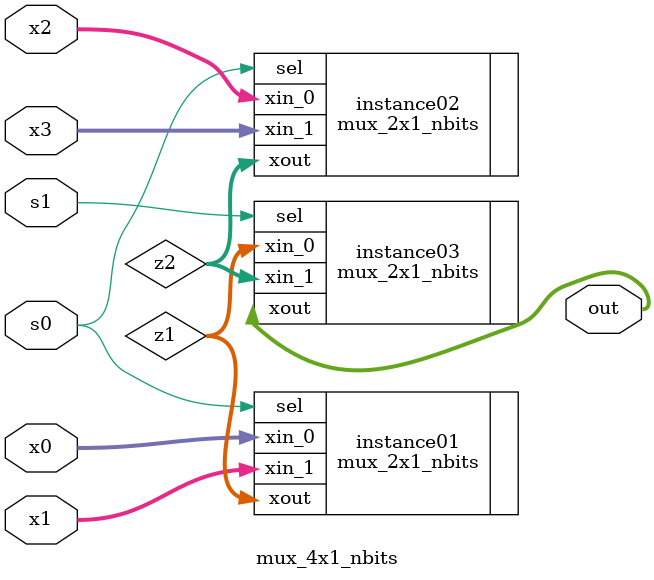
<source format=v>

module mux_4x1_nbits #(
						parameter bits = 16
				)
			(
			input [bits - 1:0]x0,x1,x2,x3,
			input s0,s1,
			output [bits - 1:0]out
			);
	
	wire [bits-1:0]z1,z2;    // internal wires
	mux_2x1_nbits #(
				.bits(16))
	instance01 (
				.sel(s0),
				.xin_0(x0),
				.xin_1(x1),
				.xout(z1)
	
				);
				
	mux_2x1_nbits #(
				.bits(16))
	instance02 (
				.sel(s0),
				.xin_0(x2),
				.xin_1(x3),
				.xout(z2)
	
				);
	mux_2x1_nbits #(
				.bits(16))
	instance03 (
				.sel(s1),
				.xin_0(z1),
				.xin_1(z2),
				.xout(out)
	
				)	;
endmodule				

</source>
